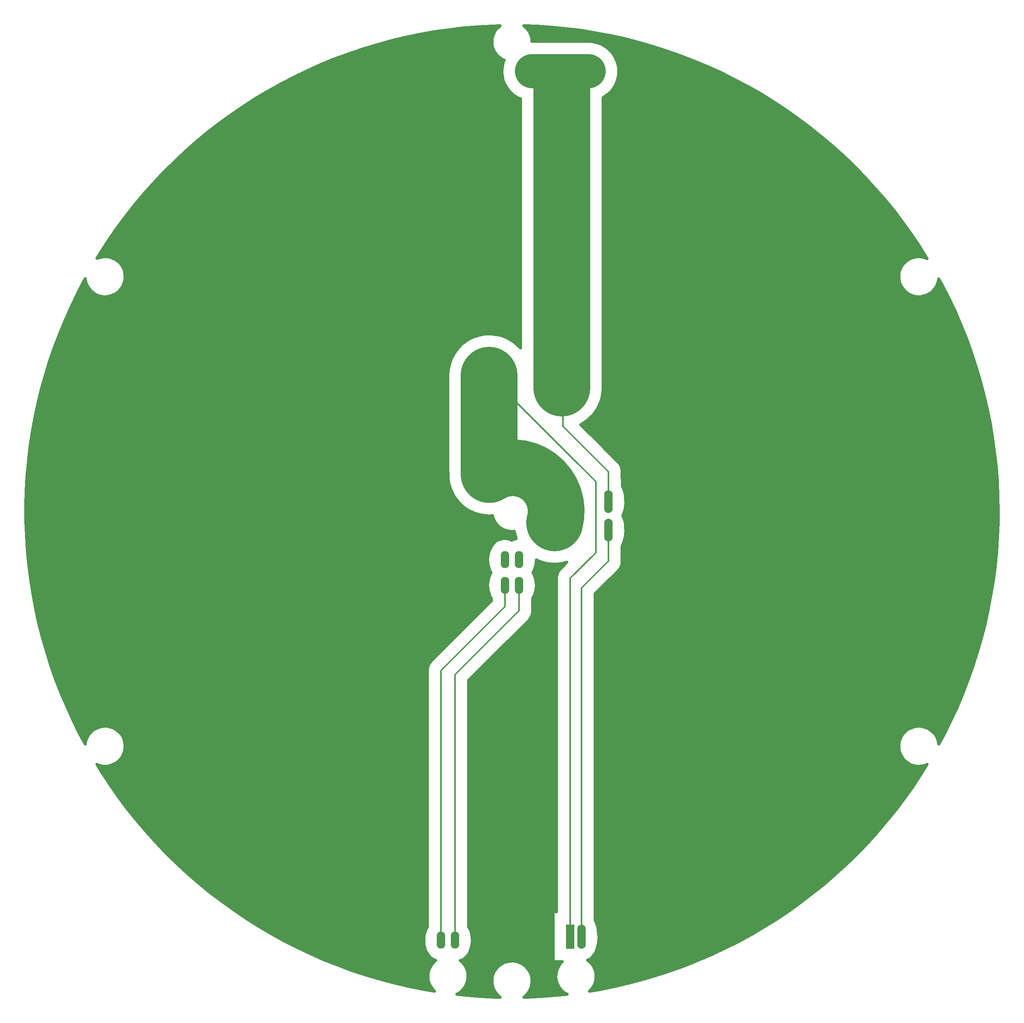
<source format=gbr>
G04 DipTrace 2.3.1.0*
%INBottom.gbr*%
%MOIN*%
%ADD13C,0.013*%
%ADD14C,0.3*%
%ADD15C,0.5*%
%ADD16C,0.025*%
%ADD21O,0.075X0.2*%
%ADD22O,0.075X0.2125*%
%ADD24O,0.075X0.15*%
%ADD25C,0.06*%
%FSLAX44Y44*%
G04*
G70*
G90*
G75*
G01*
%LNBottom*%
%LPD*%
X47244Y55372D2*
D13*
Y53247D1*
X45244Y59122D2*
X45369D1*
X54619Y49872D1*
Y43622D1*
X52369Y41372D1*
Y10622D1*
X48994Y85997D2*
D14*
X53994D1*
X46619Y40372D2*
D13*
Y38872D1*
X40994Y33247D1*
Y9997D1*
X53369Y10622D2*
Y40497D1*
X55744Y42872D1*
Y45497D1*
X45994Y55372D2*
Y53247D1*
X45244Y59247D2*
D15*
Y50497D1*
D13*
X44994Y50747D1*
X42244Y9872D2*
Y32872D1*
X47869Y38497D1*
Y40497D1*
X55744Y48622D2*
Y50747D1*
X51744Y54747D1*
Y59997D1*
X51619Y84997D2*
D15*
Y58122D1*
D25*
X49119Y86372D3*
X48619Y85622D3*
X49994Y86497D3*
X50994D3*
X51994Y86372D3*
X53744Y85747D3*
X52869Y86122D3*
X46619Y49622D3*
X47494D3*
X48244Y49247D3*
X48869Y48622D3*
X49119Y47872D3*
Y46997D3*
X49744Y46497D3*
X42676Y89778D2*
D16*
X45919D1*
X48570D2*
X51821D1*
X40777Y89530D2*
X45727D1*
X48762D2*
X53708D1*
X39320Y89281D2*
X45598D1*
X48890D2*
X55157D1*
X38101Y89032D2*
X45512D1*
X48976D2*
X56379D1*
X37039Y88784D2*
X45465D1*
X49023D2*
X57450D1*
X36078Y88535D2*
X45454D1*
X54726D2*
X58422D1*
X35187Y88286D2*
X45481D1*
X55324D2*
X59294D1*
X34379Y88038D2*
X45544D1*
X55687D2*
X60106D1*
X33621Y87789D2*
X45645D1*
X55953D2*
X60879D1*
X32890Y87540D2*
X45797D1*
X56156D2*
X61583D1*
X32226Y87292D2*
X46020D1*
X56316D2*
X62270D1*
X31570Y87043D2*
X46364D1*
X56437D2*
X62911D1*
X30961Y86794D2*
X46458D1*
X56531D2*
X63532D1*
X30363Y86546D2*
X46391D1*
X56597D2*
X64118D1*
X29804Y86297D2*
X46352D1*
X56637D2*
X64688D1*
X29246Y86048D2*
X46337D1*
X56652D2*
X65231D1*
X28734Y85799D2*
X46340D1*
X56648D2*
X65766D1*
X28219Y85551D2*
X46372D1*
X56617D2*
X66266D1*
X27730Y85302D2*
X46426D1*
X56562D2*
X66766D1*
X27254Y85053D2*
X46508D1*
X56480D2*
X67235D1*
X26785Y84805D2*
X46618D1*
X56371D2*
X67700D1*
X26344Y84556D2*
X46762D1*
X56226D2*
X68153D1*
X25898Y84307D2*
X46946D1*
X56043D2*
X68583D1*
X25476Y84059D2*
X47184D1*
X55804D2*
X69016D1*
X25062Y83810D2*
X47501D1*
X55488D2*
X69426D1*
X24652Y83561D2*
X47958D1*
X55281D2*
X69829D1*
X24265Y83313D2*
X47958D1*
X55281D2*
X70231D1*
X23879Y83064D2*
X47958D1*
X55281D2*
X70610D1*
X23496Y82815D2*
X47958D1*
X55281D2*
X70985D1*
X23137Y82567D2*
X47958D1*
X55281D2*
X71360D1*
X22773Y82318D2*
X47958D1*
X55281D2*
X71712D1*
X22418Y82069D2*
X47958D1*
X55281D2*
X72067D1*
X22078Y81820D2*
X47958D1*
X55281D2*
X72419D1*
X21738Y81572D2*
X47958D1*
X55281D2*
X72747D1*
X21402Y81323D2*
X47958D1*
X55281D2*
X73079D1*
X21086Y81074D2*
X47958D1*
X55281D2*
X73411D1*
X20765Y80826D2*
X47958D1*
X55281D2*
X73723D1*
X20449Y80577D2*
X47958D1*
X55281D2*
X74036D1*
X20148Y80328D2*
X47958D1*
X55281D2*
X74344D1*
X19847Y80080D2*
X47958D1*
X55281D2*
X74641D1*
X19551Y79831D2*
X47958D1*
X55281D2*
X74934D1*
X19262Y79582D2*
X47958D1*
X55281D2*
X75227D1*
X18980Y79334D2*
X47958D1*
X55281D2*
X75516D1*
X18699Y79085D2*
X47958D1*
X55281D2*
X75790D1*
X18418Y78836D2*
X47958D1*
X55281D2*
X76063D1*
X18152Y78588D2*
X47958D1*
X55281D2*
X76340D1*
X17890Y78339D2*
X47958D1*
X55281D2*
X76602D1*
X17625Y78090D2*
X47958D1*
X55281D2*
X76860D1*
X17367Y77841D2*
X47958D1*
X55281D2*
X77118D1*
X17121Y77593D2*
X47958D1*
X55281D2*
X77376D1*
X16871Y77344D2*
X47958D1*
X55281D2*
X77618D1*
X16621Y77095D2*
X47958D1*
X55281D2*
X77864D1*
X16383Y76847D2*
X47958D1*
X55281D2*
X78106D1*
X16148Y76598D2*
X47958D1*
X55281D2*
X78344D1*
X15914Y76349D2*
X47958D1*
X55281D2*
X78571D1*
X15683Y76101D2*
X47958D1*
X55281D2*
X78801D1*
X15461Y75852D2*
X47958D1*
X55281D2*
X79032D1*
X15242Y75603D2*
X47958D1*
X55281D2*
X79251D1*
X15019Y75355D2*
X47958D1*
X55281D2*
X79465D1*
X14801Y75106D2*
X47958D1*
X55281D2*
X79680D1*
X14594Y74857D2*
X47958D1*
X55281D2*
X79899D1*
X14387Y74609D2*
X47958D1*
X55281D2*
X80106D1*
X14179Y74360D2*
X47958D1*
X55281D2*
X80305D1*
X13972Y74111D2*
X47958D1*
X55281D2*
X80508D1*
X13777Y73862D2*
X47958D1*
X55281D2*
X80712D1*
X13586Y73614D2*
X47958D1*
X55281D2*
X80907D1*
X13390Y73365D2*
X47958D1*
X55281D2*
X81098D1*
X13195Y73116D2*
X47958D1*
X55281D2*
X81290D1*
X13012Y72868D2*
X47958D1*
X55281D2*
X81477D1*
X12828Y72619D2*
X47958D1*
X55281D2*
X81665D1*
X12644Y72370D2*
X47958D1*
X55281D2*
X81840D1*
X12465Y72122D2*
X47958D1*
X55281D2*
X82020D1*
X12289Y71873D2*
X47958D1*
X55281D2*
X82200D1*
X12117Y71624D2*
X47958D1*
X55281D2*
X82376D1*
X11945Y71376D2*
X47958D1*
X55281D2*
X82544D1*
X11773Y71127D2*
X47958D1*
X55281D2*
X82712D1*
X11609Y70878D2*
X47958D1*
X55281D2*
X82879D1*
X11449Y70630D2*
X47958D1*
X55281D2*
X83047D1*
X11289Y70381D2*
X47958D1*
X55281D2*
X83204D1*
X11125Y70132D2*
X47958D1*
X55281D2*
X83360D1*
X10969Y69883D2*
X47958D1*
X55281D2*
X83516D1*
X10816Y69635D2*
X11012D1*
X11875D2*
X47958D1*
X55281D2*
X82614D1*
X83476D2*
X83672D1*
X12449Y69386D2*
X47958D1*
X55281D2*
X82040D1*
X12746Y69137D2*
X47958D1*
X55281D2*
X81743D1*
X12941Y68889D2*
X47958D1*
X55281D2*
X81547D1*
X13078Y68640D2*
X47958D1*
X55281D2*
X81411D1*
X13168Y68391D2*
X47958D1*
X55281D2*
X81321D1*
X13219Y68143D2*
X47958D1*
X55281D2*
X81270D1*
X13234Y67894D2*
X47958D1*
X55281D2*
X81254D1*
X13215Y67645D2*
X47958D1*
X55281D2*
X81274D1*
X9535Y67397D2*
X9731D1*
X13156D2*
X47958D1*
X55281D2*
X81333D1*
X84758D2*
X84958D1*
X9402Y67148D2*
X9833D1*
X13058D2*
X47958D1*
X55281D2*
X81430D1*
X84656D2*
X85090D1*
X9273Y66899D2*
X9977D1*
X12910D2*
X47958D1*
X55281D2*
X81579D1*
X84512D2*
X85215D1*
X9144Y66651D2*
X10192D1*
X12699D2*
X47958D1*
X55281D2*
X81790D1*
X84297D2*
X85344D1*
X9015Y66402D2*
X10516D1*
X12375D2*
X47958D1*
X55281D2*
X82114D1*
X83972D2*
X85469D1*
X8894Y66153D2*
X11360D1*
X11529D2*
X47958D1*
X55281D2*
X82962D1*
X83129D2*
X85594D1*
X8777Y65904D2*
X47958D1*
X55281D2*
X85715D1*
X8656Y65656D2*
X47958D1*
X55281D2*
X85833D1*
X8535Y65407D2*
X47958D1*
X55281D2*
X85950D1*
X8422Y65158D2*
X47958D1*
X55281D2*
X86067D1*
X8308Y64910D2*
X47958D1*
X55281D2*
X86184D1*
X8195Y64661D2*
X47958D1*
X55281D2*
X86294D1*
X8086Y64412D2*
X47958D1*
X55281D2*
X86403D1*
X7972Y64164D2*
X47958D1*
X55281D2*
X86508D1*
X7871Y63915D2*
X47958D1*
X55281D2*
X86618D1*
X7769Y63666D2*
X47958D1*
X55281D2*
X86723D1*
X7668Y63418D2*
X47958D1*
X55281D2*
X86825D1*
X7562Y63169D2*
X47958D1*
X55281D2*
X86922D1*
X7461Y62920D2*
X47958D1*
X55281D2*
X87024D1*
X7367Y62672D2*
X44001D1*
X46488D2*
X47958D1*
X55281D2*
X87122D1*
X7273Y62423D2*
X43450D1*
X47039D2*
X47958D1*
X55281D2*
X87219D1*
X7179Y62174D2*
X43063D1*
X47426D2*
X47958D1*
X55281D2*
X87309D1*
X7086Y61925D2*
X42762D1*
X47726D2*
X47958D1*
X55281D2*
X87399D1*
X6996Y61677D2*
X42516D1*
X55281D2*
X87489D1*
X6910Y61428D2*
X42313D1*
X55281D2*
X87579D1*
X6824Y61179D2*
X42141D1*
X55281D2*
X87669D1*
X6738Y60931D2*
X41997D1*
X55281D2*
X87751D1*
X6652Y60682D2*
X41879D1*
X55281D2*
X87833D1*
X6570Y60433D2*
X41782D1*
X55281D2*
X87915D1*
X6496Y60185D2*
X41708D1*
X55281D2*
X87997D1*
X6418Y59936D2*
X41649D1*
X55281D2*
X88075D1*
X6340Y59687D2*
X41610D1*
X55281D2*
X88149D1*
X6262Y59439D2*
X41590D1*
X55281D2*
X88223D1*
X6187Y59190D2*
X41583D1*
X55281D2*
X88297D1*
X6121Y58941D2*
X41583D1*
X55281D2*
X88372D1*
X6051Y58693D2*
X41583D1*
X55281D2*
X88442D1*
X5984Y58444D2*
X41583D1*
X55281D2*
X88504D1*
X5914Y58195D2*
X41583D1*
X55281D2*
X88571D1*
X5847Y57946D2*
X41583D1*
X55273D2*
X88637D1*
X5789Y57698D2*
X41583D1*
X55254D2*
X88704D1*
X5726Y57449D2*
X41583D1*
X55215D2*
X88766D1*
X5664Y57200D2*
X41583D1*
X55160D2*
X88825D1*
X5605Y56952D2*
X41583D1*
X55086D2*
X88879D1*
X5547Y56703D2*
X41583D1*
X54992D2*
X88938D1*
X5492Y56454D2*
X41583D1*
X54875D2*
X88997D1*
X5441Y56206D2*
X41583D1*
X54734D2*
X89051D1*
X5387Y55957D2*
X41583D1*
X54562D2*
X89102D1*
X5336Y55708D2*
X41583D1*
X54363D2*
X89153D1*
X5285Y55460D2*
X41583D1*
X54117D2*
X89200D1*
X5238Y55211D2*
X41583D1*
X53820D2*
X89251D1*
X5195Y54962D2*
X41583D1*
X53441D2*
X89297D1*
X5148Y54714D2*
X41583D1*
X53500D2*
X89340D1*
X5105Y54465D2*
X41583D1*
X53750D2*
X89383D1*
X5058Y54216D2*
X41583D1*
X53996D2*
X89426D1*
X5023Y53967D2*
X41583D1*
X54246D2*
X89465D1*
X4984Y53719D2*
X41583D1*
X54496D2*
X89508D1*
X4949Y53470D2*
X41583D1*
X54742D2*
X89544D1*
X4910Y53221D2*
X41583D1*
X54992D2*
X89579D1*
X4875Y52973D2*
X41583D1*
X55242D2*
X89610D1*
X4844Y52724D2*
X41583D1*
X55488D2*
X89645D1*
X4812Y52475D2*
X41583D1*
X55738D2*
X89680D1*
X4781Y52227D2*
X41583D1*
X55988D2*
X89708D1*
X4754Y51978D2*
X41583D1*
X56234D2*
X89735D1*
X4722Y51729D2*
X41583D1*
X56484D2*
X89762D1*
X4699Y51481D2*
X41583D1*
X56719D2*
X89786D1*
X4676Y51232D2*
X41583D1*
X56867D2*
X89813D1*
X4656Y50983D2*
X41583D1*
X56945D2*
X89837D1*
X4633Y50735D2*
X41583D1*
X56969D2*
X89856D1*
X4613Y50486D2*
X41583D1*
X56969D2*
X89876D1*
X4594Y50237D2*
X41594D1*
X56969D2*
X89891D1*
X4578Y49988D2*
X41622D1*
X56969D2*
X89911D1*
X4566Y49740D2*
X41665D1*
X56969D2*
X89926D1*
X4551Y49491D2*
X41727D1*
X56976D2*
X89938D1*
X4535Y49242D2*
X41809D1*
X57086D2*
X89950D1*
X4523Y48994D2*
X41911D1*
X57172D2*
X89962D1*
X4515Y48745D2*
X42036D1*
X57222D2*
X89973D1*
X4512Y48496D2*
X42184D1*
X57258D2*
X89981D1*
X4504Y48248D2*
X42364D1*
X57273D2*
X89985D1*
X4496Y47999D2*
X42579D1*
X57273D2*
X89989D1*
X4492Y47750D2*
X42840D1*
X57258D2*
X89993D1*
X4492Y47502D2*
X43161D1*
X57222D2*
X89997D1*
X4492Y47253D2*
X43579D1*
X57172D2*
X90001D1*
X4492Y47004D2*
X44212D1*
X57086D2*
X90001D1*
X4492Y46756D2*
X45524D1*
X57082D2*
X89997D1*
X4496Y46507D2*
X45618D1*
X57168D2*
X89993D1*
X4500Y46258D2*
X45758D1*
X57219D2*
X89989D1*
X4508Y46009D2*
X45962D1*
X57258D2*
X89981D1*
X4519Y45761D2*
X46266D1*
X57273D2*
X89969D1*
X4527Y45512D2*
X46895D1*
X57273D2*
X89962D1*
X4535Y45263D2*
X47469D1*
X57262D2*
X89954D1*
X4547Y45015D2*
X47551D1*
X57222D2*
X89942D1*
X4562Y44766D2*
X46063D1*
X47176D2*
X47312D1*
X57176D2*
X89926D1*
X4578Y44517D2*
X45680D1*
X57090D2*
X89911D1*
X4594Y44269D2*
X45454D1*
X56984D2*
X89891D1*
X4613Y44020D2*
X45313D1*
X56969D2*
X89876D1*
X4629Y43771D2*
X45208D1*
X56969D2*
X89860D1*
X4652Y43523D2*
X45141D1*
X56969D2*
X89837D1*
X4676Y43274D2*
X45102D1*
X56969D2*
X89813D1*
X4699Y43025D2*
X45087D1*
X56969D2*
X89786D1*
X4726Y42777D2*
X45098D1*
X49390D2*
X49887D1*
X56965D2*
X89762D1*
X4750Y42528D2*
X45129D1*
X49359D2*
X51801D1*
X56918D2*
X89739D1*
X4781Y42279D2*
X45192D1*
X49297D2*
X51555D1*
X56812D2*
X89712D1*
X4812Y42030D2*
X45286D1*
X49203D2*
X51340D1*
X56625D2*
X89676D1*
X4844Y41782D2*
X45321D1*
X49168D2*
X51215D1*
X56375D2*
X89645D1*
X4875Y41533D2*
X45212D1*
X49277D2*
X51157D1*
X56129D2*
X89614D1*
X4906Y41284D2*
X45145D1*
X49344D2*
X51145D1*
X55879D2*
X89583D1*
X4945Y41036D2*
X45102D1*
X49387D2*
X51145D1*
X55629D2*
X89547D1*
X4984Y40787D2*
X45087D1*
X49402D2*
X51145D1*
X55383D2*
X89508D1*
X5023Y40538D2*
X45098D1*
X49390D2*
X51145D1*
X55133D2*
X89465D1*
X5062Y40290D2*
X45126D1*
X49363D2*
X51145D1*
X54883D2*
X89426D1*
X5101Y40041D2*
X45188D1*
X49301D2*
X51145D1*
X54637D2*
X89387D1*
X5144Y39792D2*
X45278D1*
X49211D2*
X51145D1*
X54594D2*
X89348D1*
X5191Y39544D2*
X45395D1*
X49094D2*
X51145D1*
X54594D2*
X89297D1*
X5238Y39295D2*
X45321D1*
X49094D2*
X51145D1*
X54594D2*
X89251D1*
X5285Y39046D2*
X45071D1*
X49094D2*
X51145D1*
X54594D2*
X89204D1*
X5332Y38798D2*
X44825D1*
X49094D2*
X51145D1*
X54594D2*
X89157D1*
X5383Y38549D2*
X44575D1*
X49094D2*
X51145D1*
X54594D2*
X89106D1*
X5437Y38300D2*
X44325D1*
X49078D2*
X51145D1*
X54594D2*
X89051D1*
X5492Y38051D2*
X44079D1*
X49008D2*
X51145D1*
X54594D2*
X88997D1*
X5547Y37803D2*
X43829D1*
X48875D2*
X51145D1*
X54594D2*
X88942D1*
X5601Y37554D2*
X43579D1*
X48648D2*
X51145D1*
X54594D2*
X88887D1*
X5660Y37305D2*
X43333D1*
X48398D2*
X51145D1*
X54594D2*
X88829D1*
X5722Y37057D2*
X43083D1*
X48152D2*
X51145D1*
X54594D2*
X88766D1*
X5785Y36808D2*
X42833D1*
X47902D2*
X51145D1*
X54594D2*
X88704D1*
X5847Y36559D2*
X42587D1*
X47652D2*
X51145D1*
X54594D2*
X88641D1*
X5910Y36311D2*
X42337D1*
X47406D2*
X51145D1*
X54594D2*
X88575D1*
X5976Y36062D2*
X42087D1*
X47156D2*
X51145D1*
X54594D2*
X88512D1*
X6047Y35813D2*
X41840D1*
X46906D2*
X51145D1*
X54594D2*
X88442D1*
X6117Y35565D2*
X41590D1*
X46660D2*
X51145D1*
X54594D2*
X88372D1*
X6187Y35316D2*
X41340D1*
X46410D2*
X51145D1*
X54594D2*
X88297D1*
X6262Y35067D2*
X41094D1*
X46160D2*
X51145D1*
X54594D2*
X88227D1*
X6332Y34819D2*
X40844D1*
X45914D2*
X51145D1*
X54594D2*
X88157D1*
X6414Y34570D2*
X40594D1*
X45664D2*
X51145D1*
X54594D2*
X88079D1*
X6492Y34321D2*
X40348D1*
X45414D2*
X51145D1*
X54594D2*
X87997D1*
X6570Y34072D2*
X40098D1*
X45168D2*
X51145D1*
X54594D2*
X87919D1*
X6648Y33824D2*
X39919D1*
X44918D2*
X51145D1*
X54594D2*
X87837D1*
X6730Y33575D2*
X39817D1*
X44668D2*
X51145D1*
X54594D2*
X87758D1*
X6820Y33326D2*
X39774D1*
X44422D2*
X51145D1*
X54594D2*
X87669D1*
X6906Y33078D2*
X39770D1*
X44172D2*
X51145D1*
X54594D2*
X87583D1*
X6996Y32829D2*
X39770D1*
X43922D2*
X51145D1*
X54594D2*
X87493D1*
X7082Y32580D2*
X39770D1*
X43676D2*
X51145D1*
X54594D2*
X87407D1*
X7172Y32332D2*
X39770D1*
X43469D2*
X51145D1*
X54594D2*
X87317D1*
X7269Y32083D2*
X39770D1*
X43469D2*
X51145D1*
X54594D2*
X87219D1*
X7367Y31834D2*
X39770D1*
X43469D2*
X51145D1*
X54594D2*
X87122D1*
X7461Y31586D2*
X39770D1*
X43469D2*
X51145D1*
X54594D2*
X87028D1*
X7558Y31337D2*
X39770D1*
X43469D2*
X51145D1*
X54594D2*
X86930D1*
X7660Y31088D2*
X39770D1*
X43469D2*
X51145D1*
X54594D2*
X86833D1*
X7762Y30840D2*
X39770D1*
X43469D2*
X51145D1*
X54594D2*
X86727D1*
X7867Y30591D2*
X39770D1*
X43469D2*
X51145D1*
X54594D2*
X86622D1*
X7972Y30342D2*
X39770D1*
X43469D2*
X51145D1*
X54594D2*
X86516D1*
X8078Y30093D2*
X39770D1*
X43469D2*
X51145D1*
X54594D2*
X86411D1*
X8191Y29845D2*
X39770D1*
X43469D2*
X51145D1*
X54594D2*
X86301D1*
X8304Y29596D2*
X39770D1*
X43469D2*
X51145D1*
X54594D2*
X86188D1*
X8418Y29347D2*
X39770D1*
X43469D2*
X51145D1*
X54594D2*
X86071D1*
X8531Y29099D2*
X39770D1*
X43469D2*
X51145D1*
X54594D2*
X85958D1*
X8644Y28850D2*
X39770D1*
X43469D2*
X51145D1*
X54594D2*
X85840D1*
X8769Y28601D2*
X39770D1*
X43469D2*
X51145D1*
X54594D2*
X85723D1*
X8890Y28353D2*
X39770D1*
X43469D2*
X51145D1*
X54594D2*
X85598D1*
X9015Y28104D2*
X10536D1*
X12355D2*
X39770D1*
X43469D2*
X51145D1*
X54594D2*
X82133D1*
X83953D2*
X85473D1*
X9137Y27855D2*
X10204D1*
X12687D2*
X39770D1*
X43469D2*
X51145D1*
X54594D2*
X81801D1*
X84285D2*
X85348D1*
X9262Y27607D2*
X9985D1*
X12902D2*
X39770D1*
X43469D2*
X51145D1*
X54594D2*
X81587D1*
X84504D2*
X85227D1*
X9394Y27358D2*
X9837D1*
X13051D2*
X39770D1*
X43469D2*
X51145D1*
X54594D2*
X81438D1*
X84652D2*
X85094D1*
X9527Y27109D2*
X9735D1*
X13152D2*
X39770D1*
X43469D2*
X51145D1*
X54594D2*
X81337D1*
X84754D2*
X84962D1*
X13211Y26861D2*
X39770D1*
X43469D2*
X51145D1*
X54594D2*
X81278D1*
X13234Y26612D2*
X39770D1*
X43469D2*
X51145D1*
X54594D2*
X81254D1*
X13222Y26363D2*
X39770D1*
X43469D2*
X51145D1*
X54594D2*
X81266D1*
X13172Y26114D2*
X39770D1*
X43469D2*
X51145D1*
X54594D2*
X81317D1*
X13086Y25866D2*
X39770D1*
X43469D2*
X51145D1*
X54594D2*
X81403D1*
X12949Y25617D2*
X39770D1*
X43469D2*
X51145D1*
X54594D2*
X81540D1*
X12754Y25368D2*
X39770D1*
X43469D2*
X51145D1*
X54594D2*
X81735D1*
X12465Y25120D2*
X39770D1*
X43469D2*
X51145D1*
X54594D2*
X82024D1*
X10812Y24871D2*
X10969D1*
X11922D2*
X39770D1*
X43469D2*
X51145D1*
X54594D2*
X82567D1*
X83519D2*
X83680D1*
X10965Y24622D2*
X39770D1*
X43469D2*
X51145D1*
X54594D2*
X83524D1*
X11117Y24374D2*
X39770D1*
X43469D2*
X51145D1*
X54594D2*
X83372D1*
X11277Y24125D2*
X39770D1*
X43469D2*
X51145D1*
X54594D2*
X83215D1*
X11441Y23876D2*
X39770D1*
X43469D2*
X51145D1*
X54594D2*
X83047D1*
X11605Y23628D2*
X39770D1*
X43469D2*
X51145D1*
X54594D2*
X82883D1*
X11765Y23379D2*
X39770D1*
X43469D2*
X51145D1*
X54594D2*
X82719D1*
X11933Y23130D2*
X39770D1*
X43469D2*
X51145D1*
X54594D2*
X82555D1*
X12109Y22882D2*
X39770D1*
X43469D2*
X51145D1*
X54594D2*
X82379D1*
X12285Y22633D2*
X39770D1*
X43469D2*
X51145D1*
X54594D2*
X82204D1*
X12457Y22384D2*
X39770D1*
X43469D2*
X51145D1*
X54594D2*
X82028D1*
X12633Y22135D2*
X39770D1*
X43469D2*
X51145D1*
X54594D2*
X81852D1*
X12820Y21887D2*
X39770D1*
X43469D2*
X51145D1*
X54594D2*
X81672D1*
X13004Y21638D2*
X39770D1*
X43469D2*
X51145D1*
X54594D2*
X81485D1*
X13191Y21389D2*
X39770D1*
X43469D2*
X51145D1*
X54594D2*
X81297D1*
X13375Y21141D2*
X39770D1*
X43469D2*
X51145D1*
X54594D2*
X81110D1*
X13574Y20892D2*
X39770D1*
X43469D2*
X51145D1*
X54594D2*
X80919D1*
X13769Y20643D2*
X39770D1*
X43469D2*
X51145D1*
X54594D2*
X80719D1*
X13969Y20395D2*
X39770D1*
X43469D2*
X51145D1*
X54594D2*
X80520D1*
X14168Y20146D2*
X39770D1*
X43469D2*
X51145D1*
X54594D2*
X80321D1*
X14375Y19897D2*
X39770D1*
X43469D2*
X51145D1*
X54594D2*
X80114D1*
X14586Y19649D2*
X39770D1*
X43469D2*
X51145D1*
X54594D2*
X79903D1*
X14797Y19400D2*
X39770D1*
X43469D2*
X51145D1*
X54594D2*
X79692D1*
X15008Y19151D2*
X39770D1*
X43469D2*
X51145D1*
X54594D2*
X79477D1*
X15230Y18903D2*
X39770D1*
X43469D2*
X51145D1*
X54594D2*
X79262D1*
X15453Y18654D2*
X39770D1*
X43469D2*
X51145D1*
X54594D2*
X79036D1*
X15676Y18405D2*
X39770D1*
X43469D2*
X51145D1*
X54594D2*
X78809D1*
X15902Y18156D2*
X39770D1*
X43469D2*
X51145D1*
X54594D2*
X78587D1*
X16137Y17908D2*
X39770D1*
X43469D2*
X51145D1*
X54594D2*
X78352D1*
X16375Y17659D2*
X39770D1*
X43469D2*
X51145D1*
X54594D2*
X78114D1*
X16613Y17410D2*
X39770D1*
X43469D2*
X51145D1*
X54594D2*
X77876D1*
X16855Y17162D2*
X39770D1*
X43469D2*
X51145D1*
X54594D2*
X77633D1*
X17105Y16913D2*
X39770D1*
X43469D2*
X51145D1*
X54594D2*
X77383D1*
X17359Y16664D2*
X39770D1*
X43469D2*
X51145D1*
X54594D2*
X77129D1*
X17613Y16416D2*
X39770D1*
X43469D2*
X51145D1*
X54594D2*
X76876D1*
X17875Y16167D2*
X39770D1*
X43469D2*
X51145D1*
X54594D2*
X76618D1*
X18140Y15918D2*
X39770D1*
X43469D2*
X51145D1*
X54594D2*
X76348D1*
X18410Y15670D2*
X39770D1*
X43469D2*
X51145D1*
X54594D2*
X76079D1*
X18679Y15421D2*
X39770D1*
X43469D2*
X51145D1*
X54594D2*
X75805D1*
X18965Y15172D2*
X39770D1*
X43469D2*
X51145D1*
X54594D2*
X75528D1*
X19250Y14924D2*
X39770D1*
X43469D2*
X51145D1*
X54594D2*
X75239D1*
X19535Y14675D2*
X39770D1*
X43469D2*
X51145D1*
X54594D2*
X74950D1*
X19832Y14426D2*
X39770D1*
X43469D2*
X51145D1*
X54594D2*
X74661D1*
X20137Y14177D2*
X39770D1*
X43469D2*
X51145D1*
X54594D2*
X74356D1*
X20437Y13929D2*
X39770D1*
X43469D2*
X51145D1*
X54594D2*
X74047D1*
X20746Y13680D2*
X39770D1*
X43469D2*
X51145D1*
X54594D2*
X73743D1*
X21070Y13431D2*
X39770D1*
X43469D2*
X51145D1*
X54594D2*
X73419D1*
X21394Y13183D2*
X39770D1*
X43469D2*
X51145D1*
X54594D2*
X73094D1*
X21719Y12934D2*
X39770D1*
X43469D2*
X51145D1*
X54594D2*
X72766D1*
X22062Y12685D2*
X39770D1*
X43469D2*
X51145D1*
X54594D2*
X72430D1*
X22406Y12437D2*
X39770D1*
X43469D2*
X51145D1*
X54594D2*
X72083D1*
X22750Y12188D2*
X39770D1*
X43469D2*
X51145D1*
X54594D2*
X71735D1*
X23117Y11939D2*
X39770D1*
X43469D2*
X50833D1*
X54594D2*
X71372D1*
X23484Y11691D2*
X39770D1*
X43469D2*
X50833D1*
X54594D2*
X71001D1*
X23855Y11442D2*
X39770D1*
X43469D2*
X50833D1*
X54594D2*
X70633D1*
X24246Y11193D2*
X39770D1*
X43469D2*
X50833D1*
X54621D2*
X70243D1*
X24640Y10945D2*
X39770D1*
X43469D2*
X50833D1*
X54722D2*
X69848D1*
X25039Y10696D2*
X39770D1*
X43469D2*
X50833D1*
X54801D2*
X69450D1*
X25461Y10447D2*
X39653D1*
X43586D2*
X50833D1*
X54847D2*
X69028D1*
X25883Y10198D2*
X39563D1*
X43676D2*
X50833D1*
X54883D2*
X68606D1*
X26320Y9950D2*
X39501D1*
X43738D2*
X50833D1*
X54898D2*
X68172D1*
X26769Y9701D2*
X39473D1*
X43765D2*
X50833D1*
X54898D2*
X67719D1*
X27222Y9452D2*
X39462D1*
X43777D2*
X50833D1*
X54887D2*
X67262D1*
X27711Y9204D2*
X39481D1*
X43758D2*
X50833D1*
X54855D2*
X66782D1*
X28195Y8955D2*
X39520D1*
X43719D2*
X50833D1*
X54808D2*
X66290D1*
X28707Y8706D2*
X39587D1*
X43652D2*
X50833D1*
X54734D2*
X65786D1*
X29230Y8458D2*
X39696D1*
X43543D2*
X50833D1*
X54637D2*
X65254D1*
X29773Y8209D2*
X39840D1*
X43398D2*
X50833D1*
X54480D2*
X64719D1*
X30344Y7960D2*
X40071D1*
X43168D2*
X50833D1*
X54273D2*
X64145D1*
X30929Y7712D2*
X40481D1*
X42758D2*
X50833D1*
X53980D2*
X63563D1*
X31547Y7463D2*
X40247D1*
X42980D2*
X46387D1*
X48101D2*
X51508D1*
X54242D2*
X62938D1*
X32191Y7214D2*
X40071D1*
X43160D2*
X46032D1*
X48457D2*
X51329D1*
X54418D2*
X62305D1*
X32867Y6965D2*
X39950D1*
X43281D2*
X45805D1*
X48683D2*
X51208D1*
X54539D2*
X61618D1*
X33586Y6717D2*
X39872D1*
X43359D2*
X45653D1*
X48836D2*
X51129D1*
X54617D2*
X60907D1*
X34336Y6468D2*
X39833D1*
X43398D2*
X45547D1*
X48941D2*
X51090D1*
X54656D2*
X60149D1*
X35160Y6219D2*
X39829D1*
X43402D2*
X45481D1*
X49008D2*
X51087D1*
X54660D2*
X59329D1*
X36035Y5971D2*
X39860D1*
X43371D2*
X45454D1*
X49035D2*
X51118D1*
X54629D2*
X58458D1*
X36980Y5722D2*
X39926D1*
X43301D2*
X45465D1*
X49023D2*
X51188D1*
X54562D2*
X57508D1*
X38043Y5473D2*
X40040D1*
X43191D2*
X45508D1*
X48980D2*
X51297D1*
X54449D2*
X56438D1*
X39254Y5225D2*
X40204D1*
X43027D2*
X45590D1*
X48898D2*
X51462D1*
X54285D2*
X55227D1*
X42785Y4976D2*
X45719D1*
X48769D2*
X51704D1*
X42582Y4727D2*
X45907D1*
X48582D2*
X51911D1*
X46548Y86966D2*
X46316Y87086D1*
X46113Y87232D1*
X45933Y87405D1*
X45780Y87602D1*
X45655Y87819D1*
X45563Y88051D1*
X45504Y88294D1*
X45480Y88542D1*
X45491Y88792D1*
X45538Y89037D1*
X45618Y89274D1*
X45731Y89496D1*
X45875Y89701D1*
X46046Y89883D1*
X46206Y90013D1*
X45538Y89995D1*
X44239Y89923D1*
X42944Y89812D1*
X41653Y89662D1*
X40366Y89473D1*
X39086Y89244D1*
X37814Y88977D1*
X36550Y88671D1*
X35297Y88327D1*
X34054Y87945D1*
X32823Y87525D1*
X31606Y87069D1*
X30403Y86575D1*
X29216Y86045D1*
X28045Y85479D1*
X26892Y84878D1*
X25758Y84242D1*
X24644Y83573D1*
X23551Y82869D1*
X22479Y82133D1*
X21431Y81364D1*
X20406Y80564D1*
X19406Y79733D1*
X18432Y78872D1*
X17484Y77982D1*
X16564Y77063D1*
X15672Y76117D1*
X14809Y75144D1*
X13976Y74146D1*
X13174Y73123D1*
X12404Y72075D1*
X11666Y71005D1*
X10960Y69913D1*
X10728Y69529D1*
X10887Y69592D1*
X11129Y69654D1*
X11377Y69681D1*
X11627Y69673D1*
X11873Y69629D1*
X12110Y69552D1*
X12334Y69441D1*
X12540Y69300D1*
X12725Y69132D1*
X12883Y68939D1*
X13013Y68726D1*
X13112Y68496D1*
X13177Y68255D1*
X13207Y68007D1*
X13205Y67792D1*
X13170Y67545D1*
X13100Y67305D1*
X12997Y67077D1*
X12863Y66867D1*
X12700Y66677D1*
X12513Y66512D1*
X12304Y66375D1*
X12077Y66270D1*
X11838Y66197D1*
X11592Y66158D1*
X11342Y66155D1*
X11094Y66187D1*
X10853Y66254D1*
X10625Y66354D1*
X10412Y66485D1*
X10220Y66645D1*
X10053Y66831D1*
X9914Y67038D1*
X9805Y67263D1*
X9729Y67501D1*
X9689Y67736D1*
X9534Y67446D1*
X9047Y66515D1*
X8479Y65346D1*
X7947Y64160D1*
X7451Y62958D1*
X6992Y61741D1*
X6570Y60511D1*
X6186Y59269D1*
X5840Y58016D1*
X5532Y56753D1*
X5262Y55481D1*
X5031Y54202D1*
X4840Y52916D1*
X4687Y51625D1*
X4573Y50329D1*
X4499Y49031D1*
X4465Y47732D1*
X4470Y46431D1*
X4515Y45132D1*
X4599Y43835D1*
X4722Y42540D1*
X4885Y41250D1*
X5086Y39966D1*
X5327Y38688D1*
X5607Y37419D1*
X5924Y36158D1*
X6280Y34907D1*
X6674Y33668D1*
X7106Y32442D1*
X7574Y31229D1*
X8079Y30031D1*
X8620Y28849D1*
X9197Y27684D1*
X9688Y26763D1*
X9738Y27027D1*
X9818Y27264D1*
X9931Y27486D1*
X10075Y27691D1*
X10246Y27873D1*
X10441Y28029D1*
X10656Y28156D1*
X10887Y28252D1*
X11129Y28314D1*
X11377Y28341D1*
X11627Y28333D1*
X11873Y28289D1*
X12110Y28212D1*
X12334Y28101D1*
X12540Y27960D1*
X12725Y27792D1*
X12883Y27599D1*
X13013Y27386D1*
X13112Y27156D1*
X13177Y26915D1*
X13207Y26667D1*
X13205Y26452D1*
X13170Y26205D1*
X13100Y25965D1*
X12997Y25737D1*
X12863Y25527D1*
X12700Y25337D1*
X12513Y25172D1*
X12304Y25035D1*
X12077Y24930D1*
X11838Y24857D1*
X11592Y24818D1*
X11342Y24815D1*
X11094Y24847D1*
X10853Y24914D1*
X10727Y24965D1*
X11137Y24301D1*
X11850Y23214D1*
X12597Y22150D1*
X13376Y21109D1*
X14186Y20091D1*
X15026Y19099D1*
X15896Y18133D1*
X16795Y17194D1*
X17723Y16283D1*
X18677Y15400D1*
X19658Y14547D1*
X20665Y13724D1*
X21695Y12931D1*
X22750Y12171D1*
X23827Y11443D1*
X24926Y10748D1*
X26045Y10087D1*
X27184Y9459D1*
X28342Y8867D1*
X29517Y8311D1*
X30708Y7790D1*
X31915Y7306D1*
X33135Y6858D1*
X34369Y6448D1*
X35615Y6076D1*
X36871Y5742D1*
X38137Y5446D1*
X39412Y5188D1*
X40425Y5015D1*
X40303Y5135D1*
X40150Y5332D1*
X40025Y5549D1*
X39933Y5781D1*
X39874Y6024D1*
X39850Y6272D1*
X39861Y6522D1*
X39908Y6767D1*
X39988Y7004D1*
X40101Y7226D1*
X40245Y7431D1*
X40416Y7613D1*
X40526Y7706D1*
X40376Y7766D1*
X40206Y7869D1*
X40068Y7989D1*
X39897Y8169D1*
X39784Y8336D1*
X39676Y8549D1*
X39627Y8662D1*
X39538Y8985D1*
X39506Y9176D1*
X39485Y9536D1*
X39506Y9818D1*
X39538Y10009D1*
X39629Y10337D1*
X39761Y10615D1*
X39795Y10678D1*
X39794Y33247D1*
X39801Y33372D1*
X39820Y33495D1*
X39852Y33616D1*
X39897Y33733D1*
X39953Y33844D1*
X40021Y33949D1*
X40146Y34096D1*
X45419Y39372D1*
Y39563D1*
X45301Y39799D1*
X45252Y39912D1*
X45163Y40235D1*
X45131Y40426D1*
X45110Y40786D1*
X45131Y41068D1*
X45163Y41259D1*
X45254Y41587D1*
X45386Y41865D1*
X45328Y41993D1*
X45252Y42162D1*
X45163Y42485D1*
X45131Y42676D1*
X45110Y43036D1*
X45131Y43318D1*
X45163Y43509D1*
X45254Y43837D1*
X45384Y44111D1*
X45445Y44219D1*
X45517Y44319D1*
X45693Y44505D1*
X45844Y44634D1*
X46016Y44735D1*
X46161Y44792D1*
X46355Y44851D1*
X46514Y44877D1*
X46676Y44881D1*
X46837Y44861D1*
X47039Y44805D1*
X47238Y44728D1*
X47334Y44765D1*
X47607Y44851D1*
X47575Y44843D1*
X47600Y44946D1*
X47519Y45182D1*
X47438Y45496D1*
X47267Y45482D1*
X47017Y45497D1*
X46773Y45546D1*
X46537Y45630D1*
X46316Y45746D1*
X46113Y45892D1*
X45933Y46065D1*
X45780Y46262D1*
X45655Y46479D1*
X45563Y46711D1*
X45520Y46873D1*
X45204Y46862D1*
X44954Y46874D1*
X44706Y46902D1*
X44460Y46948D1*
X44218Y47010D1*
X43981Y47089D1*
X43750Y47184D1*
X43526Y47294D1*
X43310Y47420D1*
X43103Y47560D1*
X42906Y47714D1*
X42720Y47881D1*
X42546Y48061D1*
X42385Y48252D1*
X42238Y48454D1*
X42105Y48665D1*
X41986Y48885D1*
X41883Y49113D1*
X41796Y49347D1*
X41725Y49587D1*
X41671Y49831D1*
X41634Y50078D1*
X41613Y50327D1*
X41609Y51122D1*
X41611Y59372D1*
X41629Y59621D1*
X41663Y59869D1*
X41714Y60114D1*
X41782Y60354D1*
X41866Y60590D1*
X41967Y60818D1*
X42082Y61040D1*
X42213Y61253D1*
X42358Y61457D1*
X42517Y61650D1*
X42688Y61832D1*
X42872Y62001D1*
X43067Y62158D1*
X43272Y62300D1*
X43486Y62429D1*
X43709Y62542D1*
X43939Y62640D1*
X44176Y62721D1*
X44417Y62787D1*
X44662Y62835D1*
X44910Y62867D1*
X45159Y62881D1*
X45409Y62878D1*
X45659Y62858D1*
X45906Y62821D1*
X46150Y62767D1*
X46390Y62697D1*
X46624Y62610D1*
X46852Y62507D1*
X47072Y62389D1*
X47284Y62256D1*
X47486Y62109D1*
X47677Y61948D1*
X47857Y61774D1*
X47986Y61633D1*
X47984Y71247D1*
Y83563D1*
X47791Y83653D1*
X47574Y83778D1*
X47370Y83922D1*
X47181Y84085D1*
X47008Y84266D1*
X46853Y84462D1*
X46717Y84671D1*
X46602Y84893D1*
X46508Y85125D1*
X46436Y85364D1*
X46388Y85609D1*
X46363Y85858D1*
X46362Y86108D1*
X46384Y86357D1*
X46430Y86603D1*
X46499Y86843D1*
X46543Y86964D1*
X48281Y90014D2*
X48436Y89889D1*
X48608Y89708D1*
X48752Y89505D1*
X48867Y89283D1*
X48948Y89047D1*
X48996Y88801D1*
X49008Y88629D1*
X50369Y88632D1*
X54119Y88629D1*
X54368Y88605D1*
X54613Y88558D1*
X54853Y88488D1*
X55085Y88396D1*
X55308Y88281D1*
X55518Y88147D1*
X55715Y87993D1*
X55896Y87821D1*
X56061Y87632D1*
X56206Y87429D1*
X56332Y87213D1*
X56437Y86986D1*
X56519Y86750D1*
X56579Y86508D1*
X56616Y86261D1*
X56629Y86011D1*
X56619Y85761D1*
X56585Y85514D1*
X56527Y85271D1*
X56447Y85034D1*
X56345Y84806D1*
X56221Y84589D1*
X56078Y84384D1*
X55916Y84194D1*
X55736Y84020D1*
X55541Y83864D1*
X55332Y83727D1*
X55254Y83683D1*
X55252Y57997D1*
X55235Y57748D1*
X55201Y57500D1*
X55150Y57256D1*
X55082Y57015D1*
X54997Y56780D1*
X54897Y56551D1*
X54781Y56329D1*
X54651Y56116D1*
X54506Y55912D1*
X54347Y55719D1*
X54175Y55538D1*
X53992Y55368D1*
X53797Y55212D1*
X53592Y55069D1*
X53291Y54895D1*
X54626Y53563D1*
X56676Y51503D1*
X56750Y51402D1*
X56813Y51294D1*
X56864Y51180D1*
X56903Y51061D1*
X56929Y50939D1*
X56944Y50747D1*
X56946Y49502D1*
X57027Y49330D1*
X57148Y48987D1*
X57216Y48644D1*
X57241Y48374D1*
X57252Y48055D1*
X57219Y47618D1*
X57131Y47196D1*
X57011Y46875D1*
X57149Y46485D1*
X57216Y46144D1*
X57241Y45874D1*
X57252Y45555D1*
X57219Y45118D1*
X57131Y44696D1*
X57027Y44415D1*
X56961Y44269D1*
X56944Y44122D1*
X56938Y42747D1*
X56918Y42624D1*
X56886Y42503D1*
X56842Y42386D1*
X56785Y42275D1*
X56717Y42170D1*
X56593Y42024D1*
X54569Y39997D1*
Y11243D1*
X54660Y11047D1*
X54779Y10688D1*
X54843Y10339D1*
X54866Y10076D1*
X54878Y9746D1*
X54845Y9290D1*
X54760Y8859D1*
X54660Y8572D1*
X54612Y8457D1*
X54523Y8304D1*
X54343Y8056D1*
X54258Y7968D1*
X54164Y7890D1*
X54063Y7822D1*
X53909Y7745D1*
X54066Y7619D1*
X54238Y7438D1*
X54382Y7235D1*
X54497Y7013D1*
X54578Y6777D1*
X54626Y6531D1*
X54639Y6317D1*
X54622Y6068D1*
X54569Y5824D1*
X54482Y5589D1*
X54364Y5370D1*
X54215Y5169D1*
X54065Y5015D1*
X54928Y5161D1*
X56203Y5414D1*
X57470Y5705D1*
X58728Y6035D1*
X59975Y6403D1*
X61210Y6809D1*
X62433Y7252D1*
X63641Y7732D1*
X64834Y8248D1*
X66011Y8801D1*
X67171Y9389D1*
X68312Y10012D1*
X69433Y10669D1*
X70535Y11360D1*
X71614Y12084D1*
X72672Y12841D1*
X73705Y13630D1*
X74715Y14449D1*
X75699Y15299D1*
X76656Y16179D1*
X77587Y17087D1*
X78489Y18023D1*
X79363Y18986D1*
X80207Y19975D1*
X81020Y20989D1*
X81803Y22027D1*
X82553Y23089D1*
X83271Y24173D1*
X83762Y24967D1*
X83559Y24889D1*
X83316Y24833D1*
X83067Y24812D1*
X82817Y24827D1*
X82573Y24876D1*
X82337Y24960D1*
X82116Y25076D1*
X81913Y25222D1*
X81733Y25395D1*
X81580Y25592D1*
X81455Y25809D1*
X81363Y26041D1*
X81304Y26284D1*
X81280Y26532D1*
X81291Y26782D1*
X81338Y27027D1*
X81418Y27264D1*
X81531Y27486D1*
X81675Y27691D1*
X81846Y27873D1*
X82041Y28029D1*
X82256Y28156D1*
X82487Y28252D1*
X82729Y28314D1*
X82977Y28341D1*
X83227Y28333D1*
X83473Y28289D1*
X83710Y28212D1*
X83934Y28101D1*
X84140Y27960D1*
X84325Y27792D1*
X84483Y27599D1*
X84613Y27386D1*
X84712Y27156D1*
X84777Y26915D1*
X84799Y26764D1*
X85222Y27549D1*
X85803Y28712D1*
X86348Y29892D1*
X86858Y31089D1*
X87330Y32300D1*
X87766Y33525D1*
X88164Y34763D1*
X88525Y36012D1*
X88847Y37271D1*
X89131Y38540D1*
X89376Y39817D1*
X89583Y41101D1*
X89750Y42390D1*
X89878Y43684D1*
X89966Y44981D1*
X90015Y46281D1*
X90026Y47244D1*
X90007Y48545D1*
X89948Y49844D1*
X89849Y51140D1*
X89711Y52433D1*
X89534Y53721D1*
X89317Y55003D1*
X89062Y56278D1*
X88769Y57545D1*
X88436Y58802D1*
X88066Y60048D1*
X87659Y61283D1*
X87213Y62504D1*
X86731Y63712D1*
X86213Y64904D1*
X85658Y66080D1*
X85068Y67239D1*
X84800Y67728D1*
X84770Y67545D1*
X84700Y67305D1*
X84597Y67077D1*
X84463Y66867D1*
X84300Y66677D1*
X84113Y66512D1*
X83904Y66375D1*
X83677Y66270D1*
X83438Y66197D1*
X83192Y66158D1*
X82942Y66155D1*
X82694Y66187D1*
X82453Y66254D1*
X82225Y66354D1*
X82012Y66485D1*
X81820Y66645D1*
X81653Y66831D1*
X81514Y67038D1*
X81405Y67263D1*
X81329Y67501D1*
X81288Y67747D1*
X81281Y67997D1*
X81310Y68245D1*
X81374Y68487D1*
X81471Y68717D1*
X81600Y68931D1*
X81757Y69125D1*
X81941Y69294D1*
X82146Y69436D1*
X82370Y69548D1*
X82607Y69627D1*
X82852Y69672D1*
X83102Y69681D1*
X83350Y69655D1*
X83593Y69595D1*
X83771Y69525D1*
X83089Y70606D1*
X82363Y71681D1*
X81606Y72734D1*
X80816Y73766D1*
X79995Y74774D1*
X79143Y75756D1*
X78262Y76713D1*
X77352Y77641D1*
X76415Y78542D1*
X75450Y79414D1*
X74460Y80257D1*
X73444Y81068D1*
X72404Y81849D1*
X71341Y82597D1*
X70256Y83313D1*
X69150Y83996D1*
X68023Y84644D1*
X66877Y85259D1*
X65713Y85838D1*
X64532Y86381D1*
X63334Y86888D1*
X62122Y87359D1*
X60897Y87792D1*
X59658Y88188D1*
X58409Y88547D1*
X57148Y88867D1*
X55879Y89149D1*
X54602Y89392D1*
X53318Y89596D1*
X52028Y89761D1*
X50734Y89887D1*
X49437Y89973D1*
X48285Y90014D1*
X49005Y5782D2*
X48970Y5535D1*
X48900Y5295D1*
X48797Y5067D1*
X48663Y4857D1*
X48500Y4667D1*
X48313Y4502D1*
X48284Y4482D1*
X48469D1*
X49768Y4539D1*
X51064Y4636D1*
X52078Y4742D1*
X51946Y4816D1*
X51743Y4962D1*
X51563Y5135D1*
X51410Y5332D1*
X51285Y5549D1*
X51193Y5781D1*
X51134Y6024D1*
X51110Y6272D1*
X51121Y6522D1*
X51168Y6767D1*
X51248Y7004D1*
X51361Y7226D1*
X51505Y7431D1*
X51673Y7610D1*
X50859Y7612D1*
Y12007D1*
X51168D1*
X51169Y25497D1*
Y41372D1*
X51176Y41497D1*
X51195Y41620D1*
X51227Y41741D1*
X51272Y41858D1*
X51328Y41969D1*
X51396Y42074D1*
X51521Y42221D1*
X52076Y42776D1*
X51735Y42688D1*
X51488Y42646D1*
X51240Y42620D1*
X50990Y42612D1*
X50740Y42621D1*
X50492Y42647D1*
X50245Y42690D1*
X50003Y42750D1*
X49765Y42826D1*
X49533Y42919D1*
X49381Y42990D1*
X49357Y42676D1*
X49326Y42485D1*
X49235Y42157D1*
X49103Y41879D1*
X49160Y41751D1*
X49237Y41582D1*
X49326Y41259D1*
X49357Y41068D1*
X49378Y40708D1*
X49357Y40426D1*
X49326Y40235D1*
X49235Y39907D1*
X49103Y39629D1*
X49069Y39566D1*
Y38497D1*
X49063Y38372D1*
X49043Y38249D1*
X49011Y38128D1*
X48967Y38011D1*
X48910Y37900D1*
X48842Y37795D1*
X48718Y37649D1*
X43444Y32372D1*
Y10681D1*
X43563Y10446D1*
X43612Y10332D1*
X43701Y10009D1*
X43732Y9818D1*
X43753Y9458D1*
X43732Y9176D1*
X43701Y8985D1*
X43610Y8657D1*
X43480Y8383D1*
X43419Y8275D1*
X43346Y8175D1*
X43170Y7989D1*
X43019Y7860D1*
X42848Y7759D1*
X42710Y7700D1*
X42895Y7532D1*
X43053Y7339D1*
X43183Y7126D1*
X43282Y6896D1*
X43347Y6655D1*
X43377Y6407D1*
X43375Y6192D1*
X43340Y5945D1*
X43270Y5705D1*
X43167Y5477D1*
X43033Y5267D1*
X42870Y5077D1*
X42683Y4912D1*
X42474Y4775D1*
X42408Y4742D1*
X43281Y4647D1*
X44574Y4548D1*
X45869Y4487D1*
X46201Y4482D1*
X46020Y4635D1*
X45853Y4821D1*
X45714Y5028D1*
X45605Y5253D1*
X45529Y5491D1*
X45488Y5737D1*
X45481Y5987D1*
X45510Y6235D1*
X45574Y6477D1*
X45671Y6707D1*
X45800Y6921D1*
X45957Y7115D1*
X46141Y7284D1*
X46346Y7426D1*
X46570Y7538D1*
X46807Y7617D1*
X47052Y7662D1*
X47302Y7671D1*
X47550Y7645D1*
X47793Y7585D1*
X48024Y7491D1*
X48240Y7365D1*
X48436Y7209D1*
X48608Y7028D1*
X48752Y6825D1*
X48867Y6603D1*
X48948Y6367D1*
X48996Y6121D1*
X49009Y5907D1*
X49005Y5782D1*
X45244Y50497D2*
D15*
G02X50994Y46247I2062J-3225D01*
G01*
D21*
X55744Y48122D3*
Y45622D3*
D22*
X53369Y9810D3*
G36*
X51994Y10872D2*
X52744D1*
Y8747D1*
X51994D1*
Y10872D1*
G37*
D24*
X47869Y42997D3*
X46619D3*
X47869Y40747D3*
X46619D3*
X42244Y9497D3*
X40994D3*
M02*

</source>
